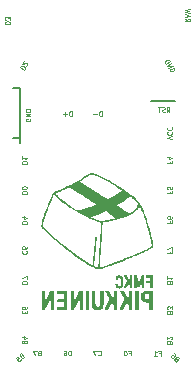
<source format=gbo>
G04 #@! TF.GenerationSoftware,KiCad,Pcbnew,(5.99.0-11424-g2f41dd4074)*
G04 #@! TF.CreationDate,2021-09-18T21:26:06+03:00*
G04 #@! TF.ProjectId,goldfish,676f6c64-6669-4736-982e-6b696361645f,C*
G04 #@! TF.SameCoordinates,Original*
G04 #@! TF.FileFunction,Legend,Bot*
G04 #@! TF.FilePolarity,Positive*
%FSLAX46Y46*%
G04 Gerber Fmt 4.6, Leading zero omitted, Abs format (unit mm)*
G04 Created by KiCad (PCBNEW (5.99.0-11424-g2f41dd4074)) date 2021-09-18 21:26:06*
%MOMM*%
%LPD*%
G01*
G04 APERTURE LIST*
%ADD10C,0.150000*%
%ADD11C,0.100000*%
G04 APERTURE END LIST*
D10*
X23446800Y-35986800D02*
X23446800Y-31313200D01*
X36604000Y-32481600D02*
X34572000Y-32481600D01*
X23446800Y-31313200D02*
X22888000Y-31313200D01*
X22888000Y-35586800D02*
X23446800Y-35586800D01*
D11*
X32673333Y-53789028D02*
X32806666Y-53789028D01*
X32806666Y-53998552D02*
X32806666Y-53598552D01*
X32616190Y-53598552D01*
X32387619Y-53598552D02*
X32349523Y-53598552D01*
X32311428Y-53617600D01*
X32292380Y-53636647D01*
X32273333Y-53674742D01*
X32254285Y-53750933D01*
X32254285Y-53846171D01*
X32273333Y-53922361D01*
X32292380Y-53960457D01*
X32311428Y-53979504D01*
X32349523Y-53998552D01*
X32387619Y-53998552D01*
X32425714Y-53979504D01*
X32444761Y-53960457D01*
X32463809Y-53922361D01*
X32482857Y-53846171D01*
X32482857Y-53750933D01*
X32463809Y-53674742D01*
X32444761Y-53636647D01*
X32425714Y-53617600D01*
X32387619Y-53598552D01*
X23830971Y-50436190D02*
X23830971Y-50302857D01*
X23621447Y-50245714D02*
X23621447Y-50436190D01*
X24021447Y-50436190D01*
X24021447Y-50245714D01*
X24021447Y-49902857D02*
X24021447Y-49979047D01*
X24002400Y-50017142D01*
X23983352Y-50036190D01*
X23926209Y-50074285D01*
X23850019Y-50093333D01*
X23697638Y-50093333D01*
X23659542Y-50074285D01*
X23640495Y-50055238D01*
X23621447Y-50017142D01*
X23621447Y-49940952D01*
X23640495Y-49902857D01*
X23659542Y-49883809D01*
X23697638Y-49864761D01*
X23792876Y-49864761D01*
X23830971Y-49883809D01*
X23850019Y-49902857D01*
X23869066Y-49940952D01*
X23869066Y-50017142D01*
X23850019Y-50055238D01*
X23830971Y-50074285D01*
X23792876Y-50093333D01*
X23556351Y-54043242D02*
X23529413Y-54097117D01*
X23529413Y-54124054D01*
X23542882Y-54164460D01*
X23583288Y-54204867D01*
X23623694Y-54218335D01*
X23650632Y-54218335D01*
X23691038Y-54204867D01*
X23798787Y-54097117D01*
X23515945Y-53814274D01*
X23421664Y-53908555D01*
X23408195Y-53948961D01*
X23408195Y-53975899D01*
X23421664Y-54016305D01*
X23448601Y-54043242D01*
X23489007Y-54056711D01*
X23515945Y-54056711D01*
X23556351Y-54043242D01*
X23650632Y-53948961D01*
X23098415Y-54231804D02*
X23233102Y-54097117D01*
X23381258Y-54218335D01*
X23354320Y-54218335D01*
X23313914Y-54231804D01*
X23246571Y-54299148D01*
X23233102Y-54339554D01*
X23233102Y-54366491D01*
X23246571Y-54406897D01*
X23313914Y-54474241D01*
X23354320Y-54487709D01*
X23381258Y-54487709D01*
X23421664Y-54474241D01*
X23489007Y-54406897D01*
X23502476Y-54366491D01*
X23502476Y-54339554D01*
X36118571Y-52871904D02*
X36099523Y-52814761D01*
X36080476Y-52795714D01*
X36042380Y-52776666D01*
X35985238Y-52776666D01*
X35947142Y-52795714D01*
X35928095Y-52814761D01*
X35909047Y-52852857D01*
X35909047Y-53005238D01*
X36309047Y-53005238D01*
X36309047Y-52871904D01*
X36290000Y-52833809D01*
X36270952Y-52814761D01*
X36232857Y-52795714D01*
X36194761Y-52795714D01*
X36156666Y-52814761D01*
X36137619Y-52833809D01*
X36118571Y-52871904D01*
X36118571Y-53005238D01*
X36270952Y-52624285D02*
X36290000Y-52605238D01*
X36309047Y-52567142D01*
X36309047Y-52471904D01*
X36290000Y-52433809D01*
X36270952Y-52414761D01*
X36232857Y-52395714D01*
X36194761Y-52395714D01*
X36137619Y-52414761D01*
X35909047Y-52643333D01*
X35909047Y-52395714D01*
X36124571Y-50321904D02*
X36105523Y-50264761D01*
X36086476Y-50245714D01*
X36048380Y-50226666D01*
X35991238Y-50226666D01*
X35953142Y-50245714D01*
X35934095Y-50264761D01*
X35915047Y-50302857D01*
X35915047Y-50455238D01*
X36315047Y-50455238D01*
X36315047Y-50321904D01*
X36296000Y-50283809D01*
X36276952Y-50264761D01*
X36238857Y-50245714D01*
X36200761Y-50245714D01*
X36162666Y-50264761D01*
X36143619Y-50283809D01*
X36124571Y-50321904D01*
X36124571Y-50455238D01*
X36315047Y-50093333D02*
X36315047Y-49845714D01*
X36162666Y-49979047D01*
X36162666Y-49921904D01*
X36143619Y-49883809D01*
X36124571Y-49864761D01*
X36086476Y-49845714D01*
X35991238Y-49845714D01*
X35953142Y-49864761D01*
X35934095Y-49883809D01*
X35915047Y-49921904D01*
X35915047Y-50036190D01*
X35934095Y-50074285D01*
X35953142Y-50093333D01*
X23621447Y-37755238D02*
X24021447Y-37755238D01*
X24021447Y-37660000D01*
X24002400Y-37602857D01*
X23964304Y-37564761D01*
X23926209Y-37545714D01*
X23850019Y-37526666D01*
X23792876Y-37526666D01*
X23716685Y-37545714D01*
X23678590Y-37564761D01*
X23640495Y-37602857D01*
X23621447Y-37660000D01*
X23621447Y-37755238D01*
X23621447Y-37145714D02*
X23621447Y-37374285D01*
X23621447Y-37260000D02*
X24021447Y-37260000D01*
X23964304Y-37298095D01*
X23926209Y-37336190D01*
X23907161Y-37374285D01*
X23446409Y-29610753D02*
X23792819Y-29810753D01*
X23840438Y-29728274D01*
X23852514Y-29669263D01*
X23838570Y-29617224D01*
X23815103Y-29581681D01*
X23758644Y-29527090D01*
X23709156Y-29498519D01*
X23633650Y-29476919D01*
X23591134Y-29474367D01*
X23539095Y-29488311D01*
X23494028Y-29528274D01*
X23446409Y-29610753D01*
X23950304Y-29461791D02*
X23976324Y-29454819D01*
X24011867Y-29431351D01*
X24059486Y-29348873D01*
X24062038Y-29306358D01*
X24055066Y-29280338D01*
X24031598Y-29244795D01*
X23998607Y-29225747D01*
X23939596Y-29213671D01*
X23627362Y-29297334D01*
X23751171Y-29082890D01*
X24307200Y-33954761D02*
X24326247Y-33992857D01*
X24326247Y-34050000D01*
X24307200Y-34107142D01*
X24269104Y-34145238D01*
X24231009Y-34164285D01*
X24154819Y-34183333D01*
X24097676Y-34183333D01*
X24021485Y-34164285D01*
X23983390Y-34145238D01*
X23945295Y-34107142D01*
X23926247Y-34050000D01*
X23926247Y-34011904D01*
X23945295Y-33954761D01*
X23964342Y-33935714D01*
X24097676Y-33935714D01*
X24097676Y-34011904D01*
X23926247Y-33764285D02*
X24326247Y-33764285D01*
X23926247Y-33535714D01*
X24326247Y-33535714D01*
X23926247Y-33345238D02*
X24326247Y-33345238D01*
X24326247Y-33250000D01*
X24307200Y-33192857D01*
X24269104Y-33154761D01*
X24231009Y-33135714D01*
X24154819Y-33116666D01*
X24097676Y-33116666D01*
X24021485Y-33135714D01*
X23983390Y-33154761D01*
X23945295Y-33192857D01*
X23926247Y-33250000D01*
X23926247Y-33345238D01*
X23621447Y-42835238D02*
X24021447Y-42835238D01*
X24021447Y-42740000D01*
X24002400Y-42682857D01*
X23964304Y-42644761D01*
X23926209Y-42625714D01*
X23850019Y-42606666D01*
X23792876Y-42606666D01*
X23716685Y-42625714D01*
X23678590Y-42644761D01*
X23640495Y-42682857D01*
X23621447Y-42740000D01*
X23621447Y-42835238D01*
X23888114Y-42263809D02*
X23621447Y-42263809D01*
X24040495Y-42359047D02*
X23754780Y-42454285D01*
X23754780Y-42206666D01*
X23621447Y-47915238D02*
X24021447Y-47915238D01*
X24021447Y-47820000D01*
X24002400Y-47762857D01*
X23964304Y-47724761D01*
X23926209Y-47705714D01*
X23850019Y-47686666D01*
X23792876Y-47686666D01*
X23716685Y-47705714D01*
X23678590Y-47724761D01*
X23640495Y-47762857D01*
X23621447Y-47820000D01*
X23621447Y-47915238D01*
X24021447Y-47553333D02*
X24021447Y-47286666D01*
X23621447Y-47458095D01*
X23621447Y-40295238D02*
X24021447Y-40295238D01*
X24021447Y-40200000D01*
X24002400Y-40142857D01*
X23964304Y-40104761D01*
X23926209Y-40085714D01*
X23850019Y-40066666D01*
X23792876Y-40066666D01*
X23716685Y-40085714D01*
X23678590Y-40104761D01*
X23640495Y-40142857D01*
X23621447Y-40200000D01*
X23621447Y-40295238D01*
X24021447Y-39819047D02*
X24021447Y-39780952D01*
X24002400Y-39742857D01*
X23983352Y-39723809D01*
X23945257Y-39704761D01*
X23869066Y-39685714D01*
X23773828Y-39685714D01*
X23697638Y-39704761D01*
X23659542Y-39723809D01*
X23640495Y-39742857D01*
X23621447Y-39780952D01*
X23621447Y-39819047D01*
X23640495Y-39857142D01*
X23659542Y-39876190D01*
X23697638Y-39895238D01*
X23773828Y-39914285D01*
X23869066Y-39914285D01*
X23945257Y-39895238D01*
X23983352Y-39876190D01*
X24002400Y-39857142D01*
X24021447Y-39819047D01*
X27812380Y-33729352D02*
X27812380Y-33329352D01*
X27717142Y-33329352D01*
X27660000Y-33348400D01*
X27621904Y-33386495D01*
X27602857Y-33424590D01*
X27583809Y-33500780D01*
X27583809Y-33557923D01*
X27602857Y-33634114D01*
X27621904Y-33672209D01*
X27660000Y-33710304D01*
X27717142Y-33729352D01*
X27812380Y-33729352D01*
X27412380Y-33576971D02*
X27107619Y-33576971D01*
X27260000Y-33729352D02*
X27260000Y-33424590D01*
X36439924Y-29622976D02*
X36475467Y-29646444D01*
X36504038Y-29695931D01*
X36516114Y-29754942D01*
X36502170Y-29806981D01*
X36478703Y-29842524D01*
X36422244Y-29897115D01*
X36372756Y-29925687D01*
X36297250Y-29947286D01*
X36254734Y-29949838D01*
X36202695Y-29935894D01*
X36157628Y-29895931D01*
X36138581Y-29862940D01*
X36126505Y-29803929D01*
X36133477Y-29777909D01*
X36248947Y-29711242D01*
X36287042Y-29777225D01*
X36014771Y-29648495D02*
X36361181Y-29448495D01*
X35900485Y-29450547D01*
X36246896Y-29250547D01*
X35805247Y-29285589D02*
X36151657Y-29085589D01*
X36104038Y-29003111D01*
X36058971Y-28963147D01*
X36006932Y-28949204D01*
X35964417Y-28951755D01*
X35888910Y-28973355D01*
X35839423Y-29001926D01*
X35782964Y-29056517D01*
X35759496Y-29092061D01*
X35745553Y-29144100D01*
X35757628Y-29203111D01*
X35805247Y-29285589D01*
X35857847Y-33373752D02*
X35991180Y-33183276D01*
X36086419Y-33373752D02*
X36086419Y-32973752D01*
X35934038Y-32973752D01*
X35895942Y-32992800D01*
X35876895Y-33011847D01*
X35857847Y-33049942D01*
X35857847Y-33107085D01*
X35876895Y-33145180D01*
X35895942Y-33164228D01*
X35934038Y-33183276D01*
X36086419Y-33183276D01*
X35705466Y-33354704D02*
X35648323Y-33373752D01*
X35553085Y-33373752D01*
X35514990Y-33354704D01*
X35495942Y-33335657D01*
X35476895Y-33297561D01*
X35476895Y-33259466D01*
X35495942Y-33221371D01*
X35514990Y-33202323D01*
X35553085Y-33183276D01*
X35629276Y-33164228D01*
X35667371Y-33145180D01*
X35686419Y-33126133D01*
X35705466Y-33088038D01*
X35705466Y-33049942D01*
X35686419Y-33011847D01*
X35667371Y-32992800D01*
X35629276Y-32973752D01*
X35534038Y-32973752D01*
X35476895Y-32992800D01*
X35362609Y-32973752D02*
X35134038Y-32973752D01*
X35248323Y-33373752D02*
X35248323Y-32973752D01*
X23659542Y-45146666D02*
X23640495Y-45165714D01*
X23621447Y-45222857D01*
X23621447Y-45260952D01*
X23640495Y-45318095D01*
X23678590Y-45356190D01*
X23716685Y-45375238D01*
X23792876Y-45394285D01*
X23850019Y-45394285D01*
X23926209Y-45375238D01*
X23964304Y-45356190D01*
X24002400Y-45318095D01*
X24021447Y-45260952D01*
X24021447Y-45222857D01*
X24002400Y-45165714D01*
X23983352Y-45146666D01*
X24021447Y-44803809D02*
X24021447Y-44880000D01*
X24002400Y-44918095D01*
X23983352Y-44937142D01*
X23926209Y-44975238D01*
X23850019Y-44994285D01*
X23697638Y-44994285D01*
X23659542Y-44975238D01*
X23640495Y-44956190D01*
X23621447Y-44918095D01*
X23621447Y-44841904D01*
X23640495Y-44803809D01*
X23659542Y-44784761D01*
X23697638Y-44765714D01*
X23792876Y-44765714D01*
X23830971Y-44784761D01*
X23850019Y-44803809D01*
X23869066Y-44841904D01*
X23869066Y-44918095D01*
X23850019Y-44956190D01*
X23830971Y-44975238D01*
X23792876Y-44994285D01*
X36315047Y-35707333D02*
X35915047Y-35574000D01*
X36315047Y-35440666D01*
X35953142Y-35078761D02*
X35934095Y-35097809D01*
X35915047Y-35154952D01*
X35915047Y-35193047D01*
X35934095Y-35250190D01*
X35972190Y-35288285D01*
X36010285Y-35307333D01*
X36086476Y-35326380D01*
X36143619Y-35326380D01*
X36219809Y-35307333D01*
X36257904Y-35288285D01*
X36296000Y-35250190D01*
X36315047Y-35193047D01*
X36315047Y-35154952D01*
X36296000Y-35097809D01*
X36276952Y-35078761D01*
X35953142Y-34678761D02*
X35934095Y-34697809D01*
X35915047Y-34754952D01*
X35915047Y-34793047D01*
X35934095Y-34850190D01*
X35972190Y-34888285D01*
X36010285Y-34907333D01*
X36086476Y-34926380D01*
X36143619Y-34926380D01*
X36219809Y-34907333D01*
X36257904Y-34888285D01*
X36296000Y-34850190D01*
X36315047Y-34793047D01*
X36315047Y-34754952D01*
X36296000Y-34697809D01*
X36276952Y-34678761D01*
X36124571Y-37593333D02*
X36124571Y-37726666D01*
X35915047Y-37726666D02*
X36315047Y-37726666D01*
X36315047Y-37536190D01*
X36181714Y-37212380D02*
X35915047Y-37212380D01*
X36334095Y-37307619D02*
X36048380Y-37402857D01*
X36048380Y-37155238D01*
X36124571Y-40133333D02*
X36124571Y-40266666D01*
X35915047Y-40266666D02*
X36315047Y-40266666D01*
X36315047Y-40076190D01*
X36315047Y-39733333D02*
X36315047Y-39923809D01*
X36124571Y-39942857D01*
X36143619Y-39923809D01*
X36162666Y-39885714D01*
X36162666Y-39790476D01*
X36143619Y-39752380D01*
X36124571Y-39733333D01*
X36086476Y-39714285D01*
X35991238Y-39714285D01*
X35953142Y-39733333D01*
X35934095Y-39752380D01*
X35915047Y-39790476D01*
X35915047Y-39885714D01*
X35934095Y-39923809D01*
X35953142Y-39942857D01*
X36124571Y-42622533D02*
X36124571Y-42755866D01*
X35915047Y-42755866D02*
X36315047Y-42755866D01*
X36315047Y-42565390D01*
X36315047Y-42241580D02*
X36315047Y-42317771D01*
X36296000Y-42355866D01*
X36276952Y-42374914D01*
X36219809Y-42413009D01*
X36143619Y-42432057D01*
X35991238Y-42432057D01*
X35953142Y-42413009D01*
X35934095Y-42393961D01*
X35915047Y-42355866D01*
X35915047Y-42279676D01*
X35934095Y-42241580D01*
X35953142Y-42222533D01*
X35991238Y-42203485D01*
X36086476Y-42203485D01*
X36124571Y-42222533D01*
X36143619Y-42241580D01*
X36162666Y-42279676D01*
X36162666Y-42355866D01*
X36143619Y-42393961D01*
X36124571Y-42413009D01*
X36086476Y-42432057D01*
X36124571Y-45213333D02*
X36124571Y-45346666D01*
X35915047Y-45346666D02*
X36315047Y-45346666D01*
X36315047Y-45156190D01*
X36315047Y-45041904D02*
X36315047Y-44775238D01*
X35915047Y-44946666D01*
X36124571Y-47781904D02*
X36105523Y-47724761D01*
X36086476Y-47705714D01*
X36048380Y-47686666D01*
X35991238Y-47686666D01*
X35953142Y-47705714D01*
X35934095Y-47724761D01*
X35915047Y-47762857D01*
X35915047Y-47915238D01*
X36315047Y-47915238D01*
X36315047Y-47781904D01*
X36296000Y-47743809D01*
X36276952Y-47724761D01*
X36238857Y-47705714D01*
X36200761Y-47705714D01*
X36162666Y-47724761D01*
X36143619Y-47743809D01*
X36124571Y-47781904D01*
X36124571Y-47915238D01*
X35915047Y-47305714D02*
X35915047Y-47534285D01*
X35915047Y-47420000D02*
X36315047Y-47420000D01*
X36257904Y-47458095D01*
X36219809Y-47496190D01*
X36200761Y-47534285D01*
X30352380Y-33729352D02*
X30352380Y-33329352D01*
X30257142Y-33329352D01*
X30200000Y-33348400D01*
X30161904Y-33386495D01*
X30142857Y-33424590D01*
X30123809Y-33500780D01*
X30123809Y-33557923D01*
X30142857Y-33634114D01*
X30161904Y-33672209D01*
X30200000Y-33710304D01*
X30257142Y-33729352D01*
X30352380Y-33729352D01*
X29952380Y-33576971D02*
X29647619Y-33576971D01*
X30066666Y-53960457D02*
X30085714Y-53979504D01*
X30142857Y-53998552D01*
X30180952Y-53998552D01*
X30238095Y-53979504D01*
X30276190Y-53941409D01*
X30295238Y-53903314D01*
X30314285Y-53827123D01*
X30314285Y-53769980D01*
X30295238Y-53693790D01*
X30276190Y-53655695D01*
X30238095Y-53617600D01*
X30180952Y-53598552D01*
X30142857Y-53598552D01*
X30085714Y-53617600D01*
X30066666Y-53636647D01*
X29933333Y-53598552D02*
X29666666Y-53598552D01*
X29838095Y-53998552D01*
X22199047Y-25944238D02*
X22599047Y-25944238D01*
X22599047Y-25849000D01*
X22580000Y-25791857D01*
X22541904Y-25753761D01*
X22503809Y-25734714D01*
X22427619Y-25715666D01*
X22370476Y-25715666D01*
X22294285Y-25734714D01*
X22256190Y-25753761D01*
X22218095Y-25791857D01*
X22199047Y-25849000D01*
X22199047Y-25944238D01*
X22599047Y-25582333D02*
X22599047Y-25334714D01*
X22446666Y-25468047D01*
X22446666Y-25410904D01*
X22427619Y-25372809D01*
X22408571Y-25353761D01*
X22370476Y-25334714D01*
X22275238Y-25334714D01*
X22237142Y-25353761D01*
X22218095Y-25372809D01*
X22199047Y-25410904D01*
X22199047Y-25525190D01*
X22218095Y-25563285D01*
X22237142Y-25582333D01*
X23828571Y-52841904D02*
X23809523Y-52784761D01*
X23790476Y-52765714D01*
X23752380Y-52746666D01*
X23695238Y-52746666D01*
X23657142Y-52765714D01*
X23638095Y-52784761D01*
X23619047Y-52822857D01*
X23619047Y-52975238D01*
X24019047Y-52975238D01*
X24019047Y-52841904D01*
X24000000Y-52803809D01*
X23980952Y-52784761D01*
X23942857Y-52765714D01*
X23904761Y-52765714D01*
X23866666Y-52784761D01*
X23847619Y-52803809D01*
X23828571Y-52841904D01*
X23828571Y-52975238D01*
X23885714Y-52403809D02*
X23619047Y-52403809D01*
X24038095Y-52499047D02*
X23752380Y-52594285D01*
X23752380Y-52346666D01*
X36692616Y-54272210D02*
X36638741Y-54245273D01*
X36611804Y-54245273D01*
X36571398Y-54258741D01*
X36530992Y-54299148D01*
X36517523Y-54339554D01*
X36517523Y-54366491D01*
X36530992Y-54406897D01*
X36638741Y-54514647D01*
X36921584Y-54231804D01*
X36827303Y-54137523D01*
X36786897Y-54124054D01*
X36759960Y-54124054D01*
X36719554Y-54137523D01*
X36692616Y-54164460D01*
X36679148Y-54204867D01*
X36679148Y-54231804D01*
X36692616Y-54272210D01*
X36786897Y-54366491D01*
X36517523Y-53827743D02*
X36571398Y-53881618D01*
X36584867Y-53922024D01*
X36584867Y-53948961D01*
X36571398Y-54016305D01*
X36530992Y-54083648D01*
X36423242Y-54191398D01*
X36382836Y-54204867D01*
X36355899Y-54204867D01*
X36315493Y-54191398D01*
X36261618Y-54137523D01*
X36248149Y-54097117D01*
X36248149Y-54070180D01*
X36261618Y-54029773D01*
X36328961Y-53962430D01*
X36369367Y-53948961D01*
X36396305Y-53948961D01*
X36436711Y-53962430D01*
X36490586Y-54016305D01*
X36504054Y-54056711D01*
X36504054Y-54083648D01*
X36490586Y-54124054D01*
X35223333Y-53821428D02*
X35356666Y-53821428D01*
X35356666Y-54030952D02*
X35356666Y-53630952D01*
X35166190Y-53630952D01*
X34804285Y-54030952D02*
X35032857Y-54030952D01*
X34918571Y-54030952D02*
X34918571Y-53630952D01*
X34956666Y-53688095D01*
X34994761Y-53726190D01*
X35032857Y-53745238D01*
X27755238Y-53998552D02*
X27755238Y-53598552D01*
X27660000Y-53598552D01*
X27602857Y-53617600D01*
X27564761Y-53655695D01*
X27545714Y-53693790D01*
X27526666Y-53769980D01*
X27526666Y-53827123D01*
X27545714Y-53903314D01*
X27564761Y-53941409D01*
X27602857Y-53979504D01*
X27660000Y-53998552D01*
X27755238Y-53998552D01*
X27183809Y-53598552D02*
X27260000Y-53598552D01*
X27298095Y-53617600D01*
X27317142Y-53636647D01*
X27355238Y-53693790D01*
X27374285Y-53769980D01*
X27374285Y-53922361D01*
X27355238Y-53960457D01*
X27336190Y-53979504D01*
X27298095Y-53998552D01*
X27221904Y-53998552D01*
X27183809Y-53979504D01*
X27164761Y-53960457D01*
X27145714Y-53922361D01*
X27145714Y-53827123D01*
X27164761Y-53789028D01*
X27183809Y-53769980D01*
X27221904Y-53750933D01*
X27298095Y-53750933D01*
X27336190Y-53769980D01*
X27355238Y-53789028D01*
X27374285Y-53827123D01*
X25081904Y-53789028D02*
X25024761Y-53808076D01*
X25005714Y-53827123D01*
X24986666Y-53865219D01*
X24986666Y-53922361D01*
X25005714Y-53960457D01*
X25024761Y-53979504D01*
X25062857Y-53998552D01*
X25215238Y-53998552D01*
X25215238Y-53598552D01*
X25081904Y-53598552D01*
X25043809Y-53617600D01*
X25024761Y-53636647D01*
X25005714Y-53674742D01*
X25005714Y-53712838D01*
X25024761Y-53750933D01*
X25043809Y-53769980D01*
X25081904Y-53789028D01*
X25215238Y-53789028D01*
X24853333Y-53598552D02*
X24586666Y-53598552D01*
X24758095Y-53998552D01*
X37439047Y-25493390D02*
X37629523Y-25626723D01*
X37439047Y-25721961D02*
X37839047Y-25721961D01*
X37839047Y-25569580D01*
X37820000Y-25531485D01*
X37800952Y-25512438D01*
X37762857Y-25493390D01*
X37705714Y-25493390D01*
X37667619Y-25512438D01*
X37648571Y-25531485D01*
X37629523Y-25569580D01*
X37629523Y-25721961D01*
X37553333Y-25341009D02*
X37553333Y-25150533D01*
X37439047Y-25379104D02*
X37839047Y-25245771D01*
X37439047Y-25112438D01*
X37839047Y-25017200D02*
X37439047Y-24921961D01*
X37724761Y-24845771D01*
X37439047Y-24769580D01*
X37839047Y-24674342D01*
G36*
X34690000Y-48320000D02*
G01*
X34490000Y-48320000D01*
X34490000Y-47880000D01*
X34143334Y-47880000D01*
X34143334Y-47693334D01*
X34490000Y-47693334D01*
X34490000Y-47413334D01*
X34090000Y-47413334D01*
X34090000Y-47213334D01*
X34690000Y-47213334D01*
X34690000Y-48320000D01*
G37*
G36*
X32452287Y-48880790D02*
G01*
X32643334Y-49254913D01*
X32650416Y-48506667D01*
X32956667Y-48506667D01*
X32956667Y-50160000D01*
X32650000Y-50160000D01*
X32650000Y-49785936D01*
X32568443Y-49646126D01*
X32567710Y-49644869D01*
X32535557Y-49590563D01*
X32507898Y-49545300D01*
X32487662Y-49513776D01*
X32477773Y-49500684D01*
X32477702Y-49500651D01*
X32469990Y-49511492D01*
X32453371Y-49543704D01*
X32429293Y-49594183D01*
X32399204Y-49659826D01*
X32364553Y-49737530D01*
X32326788Y-49824193D01*
X32184915Y-50153334D01*
X32010112Y-50157059D01*
X31939576Y-50158373D01*
X31891369Y-50158440D01*
X31862058Y-50156740D01*
X31847752Y-50152766D01*
X31844561Y-50146008D01*
X31848595Y-50135960D01*
X31849567Y-50134108D01*
X31862008Y-50108843D01*
X31883541Y-50063807D01*
X31912594Y-50002378D01*
X31947596Y-49927934D01*
X31986976Y-49843852D01*
X32029161Y-49753509D01*
X32072582Y-49660284D01*
X32115665Y-49567553D01*
X32156840Y-49478694D01*
X32194536Y-49397085D01*
X32227180Y-49326102D01*
X32253202Y-49269124D01*
X32271030Y-49229528D01*
X32279093Y-49210692D01*
X32281592Y-49201268D01*
X32281595Y-49186267D01*
X32276389Y-49166077D01*
X32264563Y-49137747D01*
X32244705Y-49098328D01*
X32215404Y-49044868D01*
X32175249Y-48974417D01*
X32122828Y-48884025D01*
X32087313Y-48823080D01*
X32041544Y-48744643D01*
X32000489Y-48674403D01*
X31966322Y-48616074D01*
X31941216Y-48573368D01*
X31927344Y-48550000D01*
X31901159Y-48506667D01*
X32261241Y-48506667D01*
X32452287Y-48880790D01*
G37*
G36*
X33503334Y-50160000D02*
G01*
X33196667Y-50160000D01*
X33196667Y-48506667D01*
X33503334Y-48506667D01*
X33503334Y-50160000D01*
G37*
G36*
X29330000Y-50160000D02*
G01*
X29023334Y-50160000D01*
X29023334Y-48506667D01*
X29330000Y-48506667D01*
X29330000Y-50160000D01*
G37*
G36*
X31860568Y-47213644D02*
G01*
X31955069Y-47224022D01*
X32032876Y-47254314D01*
X32096358Y-47305859D01*
X32147888Y-47380000D01*
X32150395Y-47384704D01*
X32158678Y-47402211D01*
X32165013Y-47421480D01*
X32169658Y-47446069D01*
X32172876Y-47479536D01*
X32174925Y-47525438D01*
X32176066Y-47587333D01*
X32176560Y-47668779D01*
X32176667Y-47773334D01*
X32176578Y-47856544D01*
X32176079Y-47944022D01*
X32174938Y-48010988D01*
X32172932Y-48060924D01*
X32169837Y-48097311D01*
X32165428Y-48123632D01*
X32159482Y-48143368D01*
X32151774Y-48160000D01*
X32103011Y-48231413D01*
X32038840Y-48285052D01*
X31956753Y-48320876D01*
X31880388Y-48332823D01*
X31797333Y-48327261D01*
X31717773Y-48305804D01*
X31651723Y-48270117D01*
X31615015Y-48231989D01*
X31578534Y-48171880D01*
X31550283Y-48101001D01*
X31534304Y-48027696D01*
X31526286Y-47960000D01*
X31726835Y-47960000D01*
X31741687Y-48018984D01*
X31759846Y-48070545D01*
X31789163Y-48108257D01*
X31831192Y-48128157D01*
X31841535Y-48129948D01*
X31886695Y-48124996D01*
X31930373Y-48104923D01*
X31960205Y-48074838D01*
X31961475Y-48071955D01*
X31967093Y-48043898D01*
X31972123Y-47995624D01*
X31976399Y-47932439D01*
X31979756Y-47859650D01*
X31982028Y-47782561D01*
X31983051Y-47706479D01*
X31982658Y-47636709D01*
X31980684Y-47578556D01*
X31976963Y-47537326D01*
X31972310Y-47514104D01*
X31947964Y-47459445D01*
X31908979Y-47425192D01*
X31857273Y-47413334D01*
X31844660Y-47413876D01*
X31798750Y-47428958D01*
X31765081Y-47465931D01*
X31742008Y-47526410D01*
X31726835Y-47586667D01*
X31526329Y-47586667D01*
X31534727Y-47515211D01*
X31540900Y-47474904D01*
X31569378Y-47381936D01*
X31615229Y-47309015D01*
X31678127Y-47256452D01*
X31757747Y-47224553D01*
X31853762Y-47213626D01*
X31860568Y-47213644D01*
G37*
G36*
X34383334Y-50160000D02*
G01*
X34383334Y-49522966D01*
X34193334Y-49517721D01*
X34141302Y-49516122D01*
X34077170Y-49513112D01*
X34029949Y-49508724D01*
X33993663Y-49502067D01*
X33962339Y-49492246D01*
X33930000Y-49478369D01*
X33899019Y-49463167D01*
X33831184Y-49420622D01*
X33779424Y-49370009D01*
X33736053Y-49304436D01*
X33721659Y-49277762D01*
X33711187Y-49254258D01*
X33704146Y-49229232D01*
X33699853Y-49197656D01*
X33697630Y-49154500D01*
X33696794Y-49094736D01*
X33696712Y-49041939D01*
X33996995Y-49041939D01*
X33999179Y-49097897D01*
X34007182Y-49138062D01*
X34022297Y-49168298D01*
X34045820Y-49194470D01*
X34052741Y-49200690D01*
X34069563Y-49212679D01*
X34090177Y-49220282D01*
X34120301Y-49224489D01*
X34165652Y-49226287D01*
X34231947Y-49226667D01*
X34383334Y-49226667D01*
X34383334Y-48784372D01*
X34230268Y-48788853D01*
X34188172Y-48790172D01*
X34134886Y-48792729D01*
X34099168Y-48796774D01*
X34075303Y-48803553D01*
X34057574Y-48814312D01*
X34040268Y-48830298D01*
X34030539Y-48840469D01*
X34015700Y-48860966D01*
X34006779Y-48886295D01*
X34001759Y-48923735D01*
X33998621Y-48980563D01*
X33996995Y-49041939D01*
X33696712Y-49041939D01*
X33696667Y-49013334D01*
X33696760Y-48948054D01*
X33697482Y-48883339D01*
X33699462Y-48836378D01*
X33703326Y-48802140D01*
X33709699Y-48775595D01*
X33719208Y-48751714D01*
X33732478Y-48725467D01*
X33769225Y-48668366D01*
X33841120Y-48595761D01*
X33929323Y-48542241D01*
X33949175Y-48534275D01*
X33979532Y-48525678D01*
X34018206Y-48519022D01*
X34069784Y-48513739D01*
X34138853Y-48509260D01*
X34230000Y-48505019D01*
X34288415Y-48502925D01*
X34376078Y-48500888D01*
X34458692Y-48500162D01*
X34529063Y-48500791D01*
X34580000Y-48502821D01*
X34690000Y-48510601D01*
X34690000Y-50160000D01*
X34383334Y-50160000D01*
G37*
G36*
X29836667Y-49115791D02*
G01*
X29836669Y-49152274D01*
X29836737Y-49289886D01*
X29836980Y-49403921D01*
X29837500Y-49496876D01*
X29838401Y-49571248D01*
X29839783Y-49629533D01*
X29841749Y-49674228D01*
X29844402Y-49707828D01*
X29847844Y-49732831D01*
X29852176Y-49751733D01*
X29857502Y-49767029D01*
X29863923Y-49781218D01*
X29880992Y-49809197D01*
X29926617Y-49850876D01*
X29983221Y-49874506D01*
X30044976Y-49879994D01*
X30106056Y-49867246D01*
X30160633Y-49836168D01*
X30202880Y-49786667D01*
X30204768Y-49783365D01*
X30210822Y-49771277D01*
X30215853Y-49756928D01*
X30219976Y-49737877D01*
X30223307Y-49711683D01*
X30225960Y-49675906D01*
X30228050Y-49628106D01*
X30229691Y-49565841D01*
X30230999Y-49486672D01*
X30232087Y-49388158D01*
X30233072Y-49267859D01*
X30234066Y-49123334D01*
X30238132Y-48506667D01*
X30530955Y-48506667D01*
X30526682Y-49163334D01*
X30525963Y-49272526D01*
X30524916Y-49410727D01*
X30523654Y-49526387D01*
X30521936Y-49621953D01*
X30519521Y-49699870D01*
X30516171Y-49762585D01*
X30511643Y-49812544D01*
X30505699Y-49852193D01*
X30498097Y-49883978D01*
X30488597Y-49910346D01*
X30476959Y-49933742D01*
X30462943Y-49956613D01*
X30446308Y-49981404D01*
X30400773Y-50039316D01*
X30326787Y-50102129D01*
X30236260Y-50146854D01*
X30223532Y-50151383D01*
X30184459Y-50162375D01*
X30142139Y-50168574D01*
X30088798Y-50170796D01*
X30016667Y-50169854D01*
X29974833Y-50168486D01*
X29916113Y-50164755D01*
X29872006Y-50158241D01*
X29834771Y-50147593D01*
X29796667Y-50131460D01*
X29779048Y-50122742D01*
X29691340Y-50062853D01*
X29622883Y-49984557D01*
X29573780Y-49888002D01*
X29544134Y-49773334D01*
X29543499Y-49768881D01*
X29540296Y-49730090D01*
X29537431Y-49667791D01*
X29534959Y-49584640D01*
X29532935Y-49483295D01*
X29531414Y-49366413D01*
X29530451Y-49236651D01*
X29530101Y-49096667D01*
X29530000Y-48506667D01*
X29836667Y-48506667D01*
X29836667Y-49115791D01*
G37*
G36*
X31185621Y-48880790D02*
G01*
X31376667Y-49254913D01*
X31383749Y-48506667D01*
X31690000Y-48506667D01*
X31690000Y-50160000D01*
X31383334Y-50160000D01*
X31383334Y-49785936D01*
X31301777Y-49646126D01*
X31301043Y-49644869D01*
X31268890Y-49590563D01*
X31241232Y-49545300D01*
X31220995Y-49513776D01*
X31211107Y-49500684D01*
X31211035Y-49500651D01*
X31203323Y-49511492D01*
X31186704Y-49543704D01*
X31162626Y-49594183D01*
X31132538Y-49659826D01*
X31097887Y-49737530D01*
X31060121Y-49824193D01*
X30918248Y-50153334D01*
X30743446Y-50157059D01*
X30672910Y-50158373D01*
X30624702Y-50158440D01*
X30595391Y-50156740D01*
X30581085Y-50152766D01*
X30577894Y-50146008D01*
X30581928Y-50135960D01*
X30582900Y-50134108D01*
X30595341Y-50108843D01*
X30616874Y-50063807D01*
X30645927Y-50002378D01*
X30680929Y-49927934D01*
X30720309Y-49843852D01*
X30762495Y-49753509D01*
X30805915Y-49660284D01*
X30848998Y-49567553D01*
X30890174Y-49478694D01*
X30927869Y-49397085D01*
X30960514Y-49326102D01*
X30986536Y-49269124D01*
X31004364Y-49229528D01*
X31012426Y-49210692D01*
X31014926Y-49201268D01*
X31014928Y-49186267D01*
X31009722Y-49166077D01*
X30997896Y-49137747D01*
X30978038Y-49098328D01*
X30948737Y-49044868D01*
X30908582Y-48974417D01*
X30856161Y-48884025D01*
X30820646Y-48823080D01*
X30774877Y-48744643D01*
X30733822Y-48674403D01*
X30699655Y-48616074D01*
X30674549Y-48573368D01*
X30660677Y-48550000D01*
X30634492Y-48506667D01*
X30994574Y-48506667D01*
X31185621Y-48880790D01*
G37*
G36*
X28783334Y-50160902D02*
G01*
X28640000Y-50157118D01*
X28496667Y-50153334D01*
X28490000Y-49637934D01*
X28483334Y-49122535D01*
X28364225Y-49397934D01*
X28323468Y-49492106D01*
X28275266Y-49603353D01*
X28225886Y-49717218D01*
X28179242Y-49824666D01*
X28139255Y-49916667D01*
X28033393Y-50160000D01*
X27730000Y-50160000D01*
X27730000Y-48506667D01*
X28009701Y-48506667D01*
X28013184Y-49049679D01*
X28016667Y-49592692D01*
X28472029Y-48513334D01*
X28627682Y-48509577D01*
X28783334Y-48505821D01*
X28783334Y-50160902D01*
G37*
G36*
X26330000Y-50160902D02*
G01*
X26043334Y-50153334D01*
X26036667Y-49637934D01*
X26030000Y-49122535D01*
X25910892Y-49397934D01*
X25870134Y-49492106D01*
X25821933Y-49603353D01*
X25772552Y-49717218D01*
X25725909Y-49824666D01*
X25685921Y-49916667D01*
X25580059Y-50160000D01*
X25276667Y-50160000D01*
X25276667Y-48506667D01*
X25556368Y-48506667D01*
X25559851Y-49049679D01*
X25563334Y-49592692D01*
X26018696Y-48513334D01*
X26174348Y-48509577D01*
X26330000Y-48505821D01*
X26330000Y-50160902D01*
G37*
G36*
X27298578Y-48501405D02*
G01*
X27354161Y-48502249D01*
X27387344Y-48503667D01*
X27463334Y-48509969D01*
X27463334Y-50160000D01*
X26543334Y-50160000D01*
X26543334Y-49866667D01*
X27156667Y-49866667D01*
X27156667Y-49480000D01*
X26622432Y-49480000D01*
X26630000Y-49193334D01*
X26893334Y-49189718D01*
X27156667Y-49186103D01*
X27156667Y-48800000D01*
X26543334Y-48800000D01*
X26543334Y-48510409D01*
X26927344Y-48503887D01*
X26937475Y-48503718D01*
X27040045Y-48502290D01*
X27137259Y-48501427D01*
X27224857Y-48501131D01*
X27298578Y-48501405D01*
G37*
G36*
X32943334Y-48320000D02*
G01*
X32743334Y-48320000D01*
X32743334Y-48195098D01*
X32743330Y-48185360D01*
X32742593Y-48128868D01*
X32738983Y-48088665D01*
X32730218Y-48055650D01*
X32714015Y-48020723D01*
X32688094Y-47974783D01*
X32678720Y-47958825D01*
X32654161Y-47919378D01*
X32635733Y-47893223D01*
X32626860Y-47885362D01*
X32621936Y-47894636D01*
X32607770Y-47925035D01*
X32586403Y-47972521D01*
X32559679Y-48032992D01*
X32529438Y-48102344D01*
X32438008Y-48313334D01*
X32322369Y-48317210D01*
X32270596Y-48318302D01*
X32233664Y-48316903D01*
X32216067Y-48312252D01*
X32213969Y-48303876D01*
X32218803Y-48293167D01*
X32233866Y-48260506D01*
X32257365Y-48209865D01*
X32287679Y-48144730D01*
X32323188Y-48068584D01*
X32362271Y-47984913D01*
X32393020Y-47918849D01*
X32428645Y-47841526D01*
X32459003Y-47774743D01*
X32482567Y-47721894D01*
X32497812Y-47686374D01*
X32503209Y-47671579D01*
X32496937Y-47657361D01*
X32479137Y-47623902D01*
X32451937Y-47575087D01*
X32417466Y-47514735D01*
X32377853Y-47446667D01*
X32339017Y-47379107D01*
X32306021Y-47318978D01*
X32280987Y-47270358D01*
X32265859Y-47237020D01*
X32262576Y-47222735D01*
X32264492Y-47221509D01*
X32286909Y-47217426D01*
X32327107Y-47215474D01*
X32377932Y-47216069D01*
X32483334Y-47220000D01*
X32610000Y-47465801D01*
X32736667Y-47711601D01*
X32743334Y-47465801D01*
X32750000Y-47220000D01*
X32846667Y-47216083D01*
X32943334Y-47212165D01*
X32943334Y-48320000D01*
G37*
G36*
X33688763Y-41237467D02*
G01*
X33739266Y-41332965D01*
X33794213Y-41448675D01*
X33852886Y-41582698D01*
X33914568Y-41733138D01*
X33978543Y-41898098D01*
X34044094Y-42075680D01*
X34110504Y-42263987D01*
X34177056Y-42461123D01*
X34243033Y-42665189D01*
X34307719Y-42874289D01*
X34370397Y-43086525D01*
X34430350Y-43300000D01*
X34437102Y-43324625D01*
X34459612Y-43406012D01*
X34483809Y-43492705D01*
X34505505Y-43569675D01*
X34509995Y-43585573D01*
X34545160Y-43715456D01*
X34579935Y-43852765D01*
X34613448Y-43993369D01*
X34644824Y-44133136D01*
X34673192Y-44267934D01*
X34697676Y-44393632D01*
X34717405Y-44506098D01*
X34731504Y-44601201D01*
X34739101Y-44674809D01*
X34740820Y-44700874D01*
X34747112Y-44796284D01*
X34675223Y-44850336D01*
X34633544Y-44878681D01*
X34569223Y-44917880D01*
X34487541Y-44964773D01*
X34392006Y-45017544D01*
X34286125Y-45074375D01*
X34173409Y-45133449D01*
X34057364Y-45192948D01*
X33941498Y-45251055D01*
X33829321Y-45305952D01*
X33724340Y-45355823D01*
X33630064Y-45398850D01*
X33550000Y-45433216D01*
X33486593Y-45459200D01*
X33140213Y-45600760D01*
X32817294Y-45732037D01*
X32516997Y-45853345D01*
X32238486Y-45965003D01*
X31980923Y-46067328D01*
X31743471Y-46160636D01*
X31525294Y-46245245D01*
X31325553Y-46321471D01*
X31143413Y-46389633D01*
X30978035Y-46450046D01*
X30828582Y-46503028D01*
X30694218Y-46548897D01*
X30574104Y-46587968D01*
X30467405Y-46620559D01*
X30373282Y-46646988D01*
X30290899Y-46667571D01*
X30286781Y-46668516D01*
X30230878Y-46679988D01*
X30179512Y-46688378D01*
X30143334Y-46691927D01*
X30107404Y-46690461D01*
X30023446Y-46675756D01*
X29921692Y-46646222D01*
X29804323Y-46602824D01*
X29673517Y-46546530D01*
X29531453Y-46478303D01*
X29380309Y-46399109D01*
X29222265Y-46309915D01*
X29059499Y-46211684D01*
X28908235Y-46115335D01*
X28688488Y-45969032D01*
X28455157Y-45807179D01*
X28210991Y-45631968D01*
X27958735Y-45445588D01*
X27701138Y-45250230D01*
X27440945Y-45048085D01*
X27180903Y-44841343D01*
X26923760Y-44632194D01*
X26672263Y-44422830D01*
X26429158Y-44215440D01*
X26197192Y-44012215D01*
X25979112Y-43815346D01*
X25777666Y-43627023D01*
X25595599Y-43449437D01*
X25569290Y-43423041D01*
X25477331Y-43329050D01*
X25403722Y-43250523D01*
X25347072Y-43185812D01*
X25305987Y-43133269D01*
X25279074Y-43091245D01*
X25264942Y-43058092D01*
X25263698Y-43053233D01*
X25258125Y-43001744D01*
X25259130Y-42961048D01*
X25383352Y-42961048D01*
X25388969Y-42983556D01*
X25413935Y-43027629D01*
X25457827Y-43086373D01*
X25519501Y-43158715D01*
X25597811Y-43243579D01*
X25691615Y-43339890D01*
X25799767Y-43446572D01*
X25921123Y-43562551D01*
X26054539Y-43686752D01*
X26198871Y-43818098D01*
X26352973Y-43955516D01*
X26515703Y-44097929D01*
X26685914Y-44244263D01*
X26862464Y-44393443D01*
X27044208Y-44544393D01*
X27230000Y-44696039D01*
X27391935Y-44826227D01*
X27723374Y-45087302D01*
X28040519Y-45329603D01*
X28342936Y-45552821D01*
X28630191Y-45756644D01*
X28901854Y-45940763D01*
X29157490Y-46104868D01*
X29396667Y-46248648D01*
X29590000Y-46360488D01*
X29598300Y-46290244D01*
X29598601Y-46287669D01*
X29603132Y-46245357D01*
X29609131Y-46184844D01*
X29615853Y-46113826D01*
X29622553Y-46040000D01*
X29625988Y-46001993D01*
X29635500Y-45901308D01*
X29647034Y-45783843D01*
X29659949Y-45655789D01*
X29673602Y-45523335D01*
X29687353Y-45392673D01*
X29700558Y-45269991D01*
X29712576Y-45161481D01*
X29722766Y-45073334D01*
X29737182Y-44947951D01*
X29751429Y-44815060D01*
X29764897Y-44680857D01*
X29777240Y-44549313D01*
X29788113Y-44424396D01*
X29797171Y-44310077D01*
X29804068Y-44210324D01*
X29808460Y-44129106D01*
X29810000Y-44070394D01*
X29810339Y-44039835D01*
X29814319Y-43997059D01*
X29825645Y-43972982D01*
X29847845Y-43962374D01*
X29884448Y-43960000D01*
X29942709Y-43960000D01*
X29935608Y-44110000D01*
X29935021Y-44122021D01*
X29930889Y-44193703D01*
X29925021Y-44277799D01*
X29917215Y-44376655D01*
X29907273Y-44492621D01*
X29894994Y-44628047D01*
X29880178Y-44785279D01*
X29862625Y-44966667D01*
X29857013Y-45023713D01*
X29845946Y-45133724D01*
X29834766Y-45241041D01*
X29822836Y-45351496D01*
X29809522Y-45470920D01*
X29794188Y-45605144D01*
X29776199Y-45760000D01*
X29773051Y-45787696D01*
X29765911Y-45854395D01*
X29757964Y-45932638D01*
X29749648Y-46017665D01*
X29741404Y-46104718D01*
X29733672Y-46189038D01*
X29726893Y-46265866D01*
X29721505Y-46330442D01*
X29717950Y-46378008D01*
X29716667Y-46403804D01*
X29724330Y-46414877D01*
X29752566Y-46433942D01*
X29796450Y-46456453D01*
X29850532Y-46479895D01*
X29909365Y-46501757D01*
X29967501Y-46519523D01*
X29982310Y-46523524D01*
X30019312Y-46534080D01*
X30042316Y-46541455D01*
X30044318Y-46542064D01*
X30052248Y-46539889D01*
X30059022Y-46527726D01*
X30065053Y-46502802D01*
X30067410Y-46486060D01*
X30200144Y-46486060D01*
X30201315Y-46521983D01*
X30205458Y-46540632D01*
X30212790Y-46545690D01*
X30231756Y-46542630D01*
X30275481Y-46532140D01*
X30336513Y-46515511D01*
X30410333Y-46494064D01*
X30492422Y-46469120D01*
X30578262Y-46441998D01*
X30663334Y-46414020D01*
X30714207Y-46396765D01*
X30887474Y-46336150D01*
X31082876Y-46265288D01*
X31298804Y-46184795D01*
X31533648Y-46095290D01*
X31785799Y-45997389D01*
X32053647Y-45891711D01*
X32335584Y-45778872D01*
X32630000Y-45659490D01*
X32633742Y-45657964D01*
X32717658Y-45623846D01*
X32799577Y-45590735D01*
X32873831Y-45560909D01*
X32934751Y-45536646D01*
X32976667Y-45520223D01*
X32999743Y-45511211D01*
X33062056Y-45486139D01*
X33132332Y-45457138D01*
X33199321Y-45428824D01*
X33240693Y-45411219D01*
X33287702Y-45391637D01*
X33321019Y-45378276D01*
X33335259Y-45373334D01*
X33350088Y-45368796D01*
X33385923Y-45354384D01*
X33438496Y-45331807D01*
X33503976Y-45302819D01*
X33578530Y-45269176D01*
X33658329Y-45232634D01*
X33739540Y-45194948D01*
X33818333Y-45157874D01*
X33890875Y-45123167D01*
X33953337Y-45092583D01*
X34001886Y-45067877D01*
X34079010Y-45027331D01*
X34202655Y-44962130D01*
X34305557Y-44907455D01*
X34389606Y-44862165D01*
X34456691Y-44825119D01*
X34508701Y-44795179D01*
X34547526Y-44771202D01*
X34575055Y-44752049D01*
X34593178Y-44736580D01*
X34603783Y-44723655D01*
X34608761Y-44712133D01*
X34610000Y-44700874D01*
X34609072Y-44684074D01*
X34602999Y-44635832D01*
X34592007Y-44568287D01*
X34576961Y-44485706D01*
X34558728Y-44392354D01*
X34538173Y-44292498D01*
X34516164Y-44190402D01*
X34493566Y-44090332D01*
X34471245Y-43996554D01*
X34450069Y-43913334D01*
X34449228Y-43910164D01*
X34435776Y-43859201D01*
X34418011Y-43791559D01*
X34398148Y-43715678D01*
X34378398Y-43640000D01*
X34378217Y-43639306D01*
X34362836Y-43580686D01*
X34347889Y-43524779D01*
X34332234Y-43467544D01*
X34314731Y-43404939D01*
X34294240Y-43332924D01*
X34269621Y-43247456D01*
X34239732Y-43144495D01*
X34203434Y-43020000D01*
X34186524Y-42962668D01*
X34135585Y-42795955D01*
X34080843Y-42624631D01*
X34023409Y-42451723D01*
X33964391Y-42280258D01*
X33904899Y-42113260D01*
X33846043Y-41953756D01*
X33788932Y-41804772D01*
X33734675Y-41669334D01*
X33684382Y-41550469D01*
X33639163Y-41451201D01*
X33600127Y-41374557D01*
X33545498Y-41275781D01*
X33529848Y-41334557D01*
X33512947Y-41386179D01*
X33465014Y-41486356D01*
X33397756Y-41590185D01*
X33314400Y-41692954D01*
X33218170Y-41789948D01*
X33187914Y-41815793D01*
X33120758Y-41866781D01*
X33039278Y-41923017D01*
X32949585Y-41980502D01*
X32857789Y-42035237D01*
X32770000Y-42083222D01*
X32684774Y-42125938D01*
X32597557Y-42166645D01*
X32505897Y-42206136D01*
X32406242Y-42245770D01*
X32295042Y-42286908D01*
X32168747Y-42330908D01*
X32047072Y-42371390D01*
X32023805Y-42379131D01*
X31856667Y-42432934D01*
X31849119Y-42435271D01*
X31805879Y-42447620D01*
X31749440Y-42462707D01*
X31690000Y-42477788D01*
X31668416Y-42483108D01*
X31596133Y-42500977D01*
X31516552Y-42520712D01*
X31443334Y-42538926D01*
X31398588Y-42549975D01*
X31323089Y-42567973D01*
X31249073Y-42584586D01*
X31170981Y-42600964D01*
X31083254Y-42618255D01*
X30980336Y-42637607D01*
X30856667Y-42660170D01*
X30808861Y-42668922D01*
X30713801Y-42687029D01*
X30627742Y-42704341D01*
X30554137Y-42720104D01*
X30496442Y-42733563D01*
X30458110Y-42743964D01*
X30442597Y-42750554D01*
X30442007Y-42756202D01*
X30441653Y-42761605D01*
X30440145Y-42784590D01*
X30437326Y-42833550D01*
X30433755Y-42899363D01*
X30429637Y-42978308D01*
X30425177Y-43066667D01*
X30425024Y-43069755D01*
X30419103Y-43183011D01*
X30412047Y-43309231D01*
X30404438Y-43438515D01*
X30396858Y-43560960D01*
X30389889Y-43666667D01*
X30389252Y-43675950D01*
X30382053Y-43782532D01*
X30373946Y-43905173D01*
X30365555Y-44034262D01*
X30357507Y-44160185D01*
X30350425Y-44273334D01*
X30349600Y-44286671D01*
X30342382Y-44400468D01*
X30334250Y-44524607D01*
X30325826Y-44649847D01*
X30317730Y-44766947D01*
X30310581Y-44866667D01*
X30304104Y-44955105D01*
X30295445Y-45074061D01*
X30286301Y-45200334D01*
X30277422Y-45323549D01*
X30269558Y-45433334D01*
X30262636Y-45530091D01*
X30254130Y-45648422D01*
X30245404Y-45769336D01*
X30237159Y-45883104D01*
X30230097Y-45980000D01*
X30225395Y-46045649D01*
X30218745Y-46142790D01*
X30212535Y-46238054D01*
X30207299Y-46323203D01*
X30203569Y-46390000D01*
X30201726Y-46429182D01*
X30200144Y-46486060D01*
X30067410Y-46486060D01*
X30070750Y-46462342D01*
X30076526Y-46403572D01*
X30082791Y-46323716D01*
X30089957Y-46220000D01*
X30094582Y-46150375D01*
X30100647Y-46058963D01*
X30107681Y-45952867D01*
X30115283Y-45838106D01*
X30123057Y-45720700D01*
X30130601Y-45606667D01*
X30135505Y-45532586D01*
X30149370Y-45323905D01*
X30161796Y-45138203D01*
X30172972Y-44972743D01*
X30183086Y-44824790D01*
X30192325Y-44691608D01*
X30200878Y-44570462D01*
X30208932Y-44458616D01*
X30216675Y-44353334D01*
X30216821Y-44351370D01*
X30228887Y-44184467D01*
X30241699Y-43999262D01*
X30254716Y-43803984D01*
X30267400Y-43606861D01*
X30279212Y-43416124D01*
X30289612Y-43240000D01*
X30292454Y-43190597D01*
X30297634Y-43101418D01*
X30302687Y-43015401D01*
X30307152Y-42940367D01*
X30310569Y-42884136D01*
X30318158Y-42761605D01*
X30180746Y-42720309D01*
X30074895Y-42687529D01*
X29708980Y-42559546D01*
X29337783Y-42407150D01*
X29078707Y-42285472D01*
X29400094Y-42285472D01*
X29407924Y-42292990D01*
X29432653Y-42304037D01*
X29433912Y-42304505D01*
X29461987Y-42315484D01*
X29508100Y-42334028D01*
X29566141Y-42357665D01*
X29630000Y-42383921D01*
X29672949Y-42401196D01*
X29753122Y-42432035D01*
X29844864Y-42466079D01*
X29939912Y-42500278D01*
X30030000Y-42531580D01*
X30038327Y-42534407D01*
X30139004Y-42567789D01*
X30219220Y-42592286D01*
X30283068Y-42608621D01*
X30334643Y-42617515D01*
X30378039Y-42619689D01*
X30417349Y-42615865D01*
X30456667Y-42606763D01*
X30473223Y-42602532D01*
X30518839Y-42592189D01*
X30583265Y-42578479D01*
X30661894Y-42562356D01*
X30750120Y-42544775D01*
X30843334Y-42526689D01*
X30882984Y-42519062D01*
X31003271Y-42495447D01*
X31118768Y-42472092D01*
X31226417Y-42449666D01*
X31323157Y-42428836D01*
X31405929Y-42410268D01*
X31471674Y-42394630D01*
X31517331Y-42382589D01*
X31539840Y-42374812D01*
X31541678Y-42371390D01*
X31530259Y-42354147D01*
X31498065Y-42324994D01*
X31446507Y-42285282D01*
X31441369Y-42281517D01*
X31311627Y-42186631D01*
X31190984Y-42098775D01*
X31080983Y-42019054D01*
X30983167Y-41948570D01*
X30899078Y-41888427D01*
X30830258Y-41839729D01*
X30778250Y-41803578D01*
X30744596Y-41781079D01*
X30730840Y-41773334D01*
X30730088Y-41773404D01*
X30711560Y-41780767D01*
X30677480Y-41797880D01*
X30634615Y-41821366D01*
X30522488Y-41883335D01*
X30349544Y-41971135D01*
X30180122Y-42046362D01*
X30006677Y-42112022D01*
X29821661Y-42171121D01*
X29617531Y-42226668D01*
X29567033Y-42239565D01*
X29501930Y-42256536D01*
X29449483Y-42270621D01*
X29414099Y-42280630D01*
X29400183Y-42285373D01*
X29400094Y-42285472D01*
X29078707Y-42285472D01*
X28960837Y-42230113D01*
X28577676Y-42028206D01*
X28187832Y-41801201D01*
X27790840Y-41548868D01*
X27683183Y-41476639D01*
X27488468Y-41340860D01*
X27299387Y-41202526D01*
X27118524Y-41063744D01*
X26948461Y-40926622D01*
X26791781Y-40793266D01*
X26651068Y-40665785D01*
X26528903Y-40546284D01*
X26427870Y-40436872D01*
X26361778Y-40360411D01*
X26231449Y-40621510D01*
X26190946Y-40704876D01*
X26130058Y-40836646D01*
X26064392Y-40985108D01*
X25996056Y-41145301D01*
X25927155Y-41312265D01*
X25859797Y-41481040D01*
X25796087Y-41646667D01*
X25782210Y-41683132D01*
X25757193Y-41747360D01*
X25734112Y-41804931D01*
X25716615Y-41846667D01*
X25706966Y-41869328D01*
X25686176Y-41921766D01*
X25670154Y-41966667D01*
X25666706Y-41977110D01*
X25652991Y-42017293D01*
X25633255Y-42074062D01*
X25609595Y-42141411D01*
X25584107Y-42213334D01*
X25567929Y-42259335D01*
X25524687Y-42388085D01*
X25485488Y-42513227D01*
X25451280Y-42631225D01*
X25423013Y-42738542D01*
X25401636Y-42831642D01*
X25388100Y-42906989D01*
X25383352Y-42961048D01*
X25259130Y-42961048D01*
X25259873Y-42930929D01*
X25268598Y-42846290D01*
X25283956Y-42753334D01*
X25291368Y-42718048D01*
X25317037Y-42615587D01*
X25352421Y-42493063D01*
X25396411Y-42353394D01*
X25447901Y-42199498D01*
X25505784Y-42034292D01*
X25568951Y-41860694D01*
X25636296Y-41681620D01*
X25706711Y-41499990D01*
X25779089Y-41318719D01*
X25852323Y-41140726D01*
X25925305Y-40968928D01*
X25996928Y-40806242D01*
X26066084Y-40655587D01*
X26131667Y-40519878D01*
X26256021Y-40270369D01*
X26486905Y-40270369D01*
X26492516Y-40285227D01*
X26498280Y-40294347D01*
X26524992Y-40327048D01*
X26567751Y-40373207D01*
X26623634Y-40430057D01*
X26689717Y-40494831D01*
X26763075Y-40564760D01*
X26840785Y-40637078D01*
X26919923Y-40709017D01*
X26997566Y-40777811D01*
X27070788Y-40840690D01*
X27136667Y-40894890D01*
X27160177Y-40913604D01*
X27307423Y-41027889D01*
X27464967Y-41145710D01*
X27627770Y-41263524D01*
X27790793Y-41377790D01*
X27948999Y-41484967D01*
X28097348Y-41581514D01*
X28230802Y-41663888D01*
X28243116Y-41671092D01*
X28289349Y-41695797D01*
X28327674Y-41712848D01*
X28350802Y-41718904D01*
X28378799Y-41714474D01*
X28429073Y-41702970D01*
X28498009Y-41685343D01*
X28582195Y-41662537D01*
X28678219Y-41635496D01*
X28782672Y-41605164D01*
X28892142Y-41572484D01*
X29003218Y-41538400D01*
X29013477Y-41535197D01*
X29116421Y-41502120D01*
X29223566Y-41466177D01*
X29331960Y-41428494D01*
X29438652Y-41390199D01*
X29540693Y-41352418D01*
X29635131Y-41316280D01*
X29719015Y-41282910D01*
X29751509Y-41269302D01*
X31670841Y-41269302D01*
X31676259Y-41277365D01*
X31689381Y-41289666D01*
X31711847Y-41307332D01*
X31745294Y-41331491D01*
X31791361Y-41363271D01*
X31851688Y-41403799D01*
X31927912Y-41454205D01*
X32021673Y-41515614D01*
X32134608Y-41589156D01*
X32268357Y-41675957D01*
X32351537Y-41729825D01*
X32439006Y-41786341D01*
X32517633Y-41837009D01*
X32584714Y-41880092D01*
X32637545Y-41913855D01*
X32673422Y-41936562D01*
X32689642Y-41946475D01*
X32693037Y-41947953D01*
X32715899Y-41948333D01*
X32750929Y-41936625D01*
X32800336Y-41911743D01*
X32866329Y-41872603D01*
X32951119Y-41818120D01*
X33036747Y-41757933D01*
X33158871Y-41655554D01*
X33259222Y-41548639D01*
X33336589Y-41438747D01*
X33389763Y-41327440D01*
X33417535Y-41216279D01*
X33419828Y-41196422D01*
X33419879Y-41158545D01*
X33410224Y-41123488D01*
X33388211Y-41078820D01*
X33375008Y-41057248D01*
X33334258Y-41003461D01*
X33277386Y-40938689D01*
X33207790Y-40866394D01*
X33128865Y-40790037D01*
X33044010Y-40713081D01*
X32956622Y-40638986D01*
X32944310Y-40628942D01*
X32892565Y-40587059D01*
X32848319Y-40551758D01*
X32815934Y-40526494D01*
X32799773Y-40514725D01*
X32799025Y-40514356D01*
X32778949Y-40519179D01*
X32743546Y-40542167D01*
X32695195Y-40581793D01*
X32560462Y-40694712D01*
X32374429Y-40836311D01*
X32179783Y-40970157D01*
X31983950Y-41091199D01*
X31794355Y-41194388D01*
X31784064Y-41199665D01*
X31764177Y-41209862D01*
X31718559Y-41234504D01*
X31685656Y-41253920D01*
X31671100Y-41264889D01*
X31670841Y-41269302D01*
X29751509Y-41269302D01*
X29789395Y-41253436D01*
X29843320Y-41228986D01*
X29877839Y-41210687D01*
X29890000Y-41199665D01*
X29889971Y-41199432D01*
X29887069Y-41195882D01*
X29878508Y-41188918D01*
X29862996Y-41177699D01*
X29839237Y-41161386D01*
X29805937Y-41139137D01*
X29761802Y-41110113D01*
X29705538Y-41073474D01*
X29635849Y-41028378D01*
X29551443Y-40973987D01*
X29451023Y-40909459D01*
X29333297Y-40833954D01*
X29196970Y-40746633D01*
X29040747Y-40646654D01*
X28863334Y-40533178D01*
X28691182Y-40423081D01*
X28519734Y-40313414D01*
X28368452Y-40216620D01*
X28236118Y-40131918D01*
X28121515Y-40058527D01*
X28023429Y-39995667D01*
X27940641Y-39942557D01*
X27871936Y-39898417D01*
X27816096Y-39862467D01*
X27771906Y-39833926D01*
X27738148Y-39812014D01*
X27713607Y-39795949D01*
X27697065Y-39784953D01*
X27644130Y-39749288D01*
X27557065Y-39792956D01*
X27532783Y-39804994D01*
X27441514Y-39848566D01*
X27332003Y-39898879D01*
X27209287Y-39953745D01*
X27078401Y-40010979D01*
X26944381Y-40068393D01*
X26812263Y-40123801D01*
X26687084Y-40175016D01*
X26573878Y-40219853D01*
X26547689Y-40230121D01*
X26510179Y-40246281D01*
X26491355Y-40258542D01*
X26486905Y-40270369D01*
X26256021Y-40270369D01*
X26301182Y-40179757D01*
X26532258Y-40088113D01*
X26846438Y-39959453D01*
X27163668Y-39821019D01*
X27467317Y-39679700D01*
X27753083Y-39537500D01*
X28016667Y-39396423D01*
X28051829Y-39376808D01*
X28121414Y-39337727D01*
X28185097Y-39301426D01*
X28245690Y-39266154D01*
X28246214Y-39265841D01*
X28530000Y-39265841D01*
X28531056Y-39267288D01*
X28548148Y-39280385D01*
X28583580Y-39304626D01*
X28634027Y-39337814D01*
X28696164Y-39377753D01*
X28766667Y-39422245D01*
X28820747Y-39456082D01*
X28967126Y-39547679D01*
X29093037Y-39626487D01*
X29200085Y-39693512D01*
X29289875Y-39749763D01*
X29364012Y-39796247D01*
X29424102Y-39833970D01*
X29471748Y-39863940D01*
X29508556Y-39887165D01*
X29536131Y-39904651D01*
X29556077Y-39917406D01*
X29570000Y-39926438D01*
X29575436Y-39929946D01*
X29604517Y-39948337D01*
X29652574Y-39978472D01*
X29716916Y-40018672D01*
X29794854Y-40067259D01*
X29883696Y-40122556D01*
X29980753Y-40182885D01*
X30083334Y-40246568D01*
X30102140Y-40258238D01*
X30210310Y-40325440D01*
X30317000Y-40391847D01*
X30418679Y-40455252D01*
X30511813Y-40513448D01*
X30592871Y-40564229D01*
X30658320Y-40605387D01*
X30704627Y-40634716D01*
X30722135Y-40645855D01*
X30776583Y-40680129D01*
X30821301Y-40707727D01*
X30852059Y-40726063D01*
X30864627Y-40732549D01*
X30882918Y-40726331D01*
X30920682Y-40710605D01*
X30972619Y-40687707D01*
X31033732Y-40659935D01*
X31099023Y-40629588D01*
X31163497Y-40598965D01*
X31222155Y-40570363D01*
X31270000Y-40546083D01*
X31283168Y-40539091D01*
X31348185Y-40502495D01*
X31423051Y-40457636D01*
X31504811Y-40406544D01*
X31590512Y-40351248D01*
X31677197Y-40293779D01*
X31761911Y-40236165D01*
X31841700Y-40180438D01*
X31913608Y-40128627D01*
X31974680Y-40082761D01*
X32021962Y-40044871D01*
X32052498Y-40016987D01*
X32063334Y-40001137D01*
X32061799Y-39998550D01*
X32042716Y-39982584D01*
X32003253Y-39954484D01*
X31945212Y-39915432D01*
X31870396Y-39866610D01*
X31780609Y-39809200D01*
X31677654Y-39744385D01*
X31563334Y-39673345D01*
X31391533Y-39568691D01*
X31200391Y-39455483D01*
X31009067Y-39345342D01*
X30820045Y-39239573D01*
X30635811Y-39139481D01*
X30458847Y-39046370D01*
X30291638Y-38961547D01*
X30136667Y-38886316D01*
X29996419Y-38821982D01*
X29873378Y-38769849D01*
X29770028Y-38731224D01*
X29704967Y-38710500D01*
X29619210Y-38689995D01*
X29544638Y-38683616D01*
X29474114Y-38691698D01*
X29400503Y-38714579D01*
X29316667Y-38752594D01*
X29301186Y-38760931D01*
X29261395Y-38784293D01*
X29207000Y-38817639D01*
X29141094Y-38858951D01*
X29066774Y-38906208D01*
X28987136Y-38957390D01*
X28905274Y-39010480D01*
X28824284Y-39063456D01*
X28747262Y-39114299D01*
X28677302Y-39160990D01*
X28617501Y-39201510D01*
X28570953Y-39233837D01*
X28540755Y-39255954D01*
X28530000Y-39265841D01*
X28246214Y-39265841D01*
X28306004Y-39230158D01*
X28368853Y-39191686D01*
X28437050Y-39148986D01*
X28513405Y-39100306D01*
X28600732Y-39043892D01*
X28701843Y-38977994D01*
X28819551Y-38900858D01*
X28956667Y-38810732D01*
X29042484Y-38755162D01*
X29152312Y-38687760D01*
X29247008Y-38635274D01*
X29329754Y-38596432D01*
X29403733Y-38569966D01*
X29472127Y-38554606D01*
X29538117Y-38549082D01*
X29604887Y-38552125D01*
X29625427Y-38554723D01*
X29712187Y-38573629D01*
X29818350Y-38606809D01*
X29942144Y-38653267D01*
X30081801Y-38712009D01*
X30235551Y-38782040D01*
X30401623Y-38862366D01*
X30578249Y-38951992D01*
X30763657Y-39049923D01*
X30956079Y-39155164D01*
X31153744Y-39266722D01*
X31354883Y-39383601D01*
X31557726Y-39504806D01*
X31760503Y-39629344D01*
X31961444Y-39756220D01*
X32158779Y-39884438D01*
X32333021Y-40001137D01*
X32350739Y-40013004D01*
X32535553Y-40140924D01*
X32711453Y-40267203D01*
X32876667Y-40390846D01*
X33008669Y-40494686D01*
X33142985Y-40607035D01*
X33260420Y-40712940D01*
X33359329Y-40810841D01*
X33438067Y-40899181D01*
X33494989Y-40976403D01*
X33519581Y-41012144D01*
X33562966Y-41068110D01*
X33605077Y-41115839D01*
X33639023Y-41158545D01*
X33643420Y-41164077D01*
X33688763Y-41237467D01*
G37*
G36*
X33362081Y-47256098D02*
G01*
X33364707Y-47263078D01*
X33376160Y-47297229D01*
X33393163Y-47350872D01*
X33414346Y-47419584D01*
X33438340Y-47498943D01*
X33463774Y-47584525D01*
X33474377Y-47620153D01*
X33498984Y-47699916D01*
X33520594Y-47765872D01*
X33538169Y-47815050D01*
X33550669Y-47844480D01*
X33557055Y-47851192D01*
X33559092Y-47846155D01*
X33568358Y-47818246D01*
X33583222Y-47770426D01*
X33602488Y-47706635D01*
X33624962Y-47630811D01*
X33649446Y-47546893D01*
X33660472Y-47508990D01*
X33684520Y-47427527D01*
X33706243Y-47355545D01*
X33724393Y-47297084D01*
X33737727Y-47256186D01*
X33744997Y-47236893D01*
X33754505Y-47225740D01*
X33774004Y-47218079D01*
X33808499Y-47214328D01*
X33863803Y-47213334D01*
X33970000Y-47213334D01*
X33970000Y-48320000D01*
X33783334Y-48320000D01*
X33782281Y-47990000D01*
X33781229Y-47660000D01*
X33756347Y-47733334D01*
X33755073Y-47737105D01*
X33740789Y-47780550D01*
X33721335Y-47841066D01*
X33699104Y-47911159D01*
X33676492Y-47983334D01*
X33621519Y-48160000D01*
X33480639Y-48160000D01*
X33399297Y-47896667D01*
X33317954Y-47633334D01*
X33317311Y-47976667D01*
X33316667Y-48320000D01*
X33129705Y-48320000D01*
X33136667Y-47220000D01*
X33344219Y-47212196D01*
X33362081Y-47256098D01*
G37*
M02*

</source>
